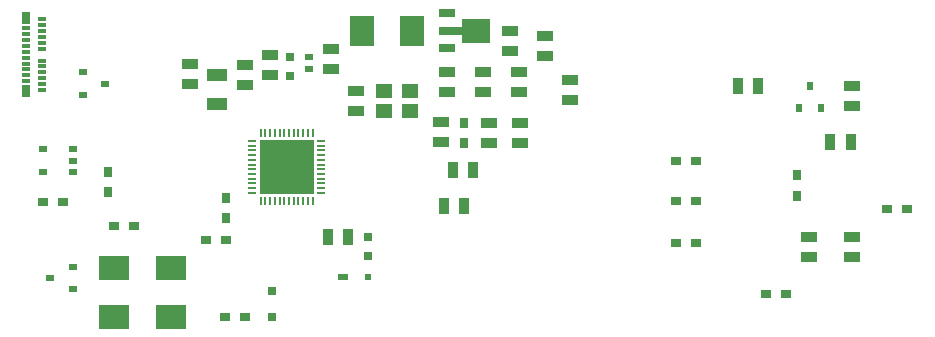
<source format=gtp>
G04*
G04 #@! TF.GenerationSoftware,Altium Limited,Altium Designer,23.8.1 (32)*
G04*
G04 Layer_Color=8421504*
%FSLAX44Y44*%
%MOMM*%
G71*
G04*
G04 #@! TF.SameCoordinates,7BD4B443-AC8F-467E-A65E-793A9AF9F4B1*
G04*
G04*
G04 #@! TF.FilePolarity,Positive*
G04*
G01*
G75*
%ADD10R,0.8000X0.9000*%
%ADD11R,1.4000X0.9500*%
%ADD12R,0.9500X1.4000*%
%ADD13R,0.9000X0.8000*%
%ADD14R,0.6000X0.8000*%
%ADD18R,0.8000X0.6000*%
%ADD19R,0.9000X0.5000*%
%ADD20R,0.5000X0.5000*%
%ADD21R,0.8000X0.8000*%
%ADD22R,0.8000X0.2000*%
%ADD23R,0.2000X0.8000*%
%ADD24R,4.6000X4.6000*%
%ADD25R,2.5000X2.0000*%
%ADD26R,0.7000X0.6000*%
%ADD27R,1.4000X0.8000*%
%ADD28R,2.0000X0.8000*%
%ADD29R,2.4000X2.0000*%
%ADD30R,2.0000X2.5000*%
%ADD31R,1.8000X1.0000*%
%ADD32R,1.4000X1.2000*%
%ADD33R,0.7000X1.0000*%
%ADD34R,0.7000X0.3000*%
D10*
X662000Y762750D02*
D03*
Y745750D02*
D03*
X380250Y807000D02*
D03*
Y790000D02*
D03*
X178750Y726750D02*
D03*
Y743750D02*
D03*
X78750Y765750D02*
D03*
Y748750D02*
D03*
D11*
X709000Y710750D02*
D03*
Y693750D02*
D03*
X672000Y710750D02*
D03*
Y693750D02*
D03*
X709000Y838750D02*
D03*
Y821750D02*
D03*
X267250Y869500D02*
D03*
Y852500D02*
D03*
X470000Y826500D02*
D03*
Y843500D02*
D03*
X361000Y790750D02*
D03*
Y807750D02*
D03*
X289000Y834250D02*
D03*
Y817250D02*
D03*
X448750Y880500D02*
D03*
Y863500D02*
D03*
X401000Y807000D02*
D03*
Y790000D02*
D03*
X427250Y807000D02*
D03*
Y790000D02*
D03*
X148000Y840250D02*
D03*
Y857250D02*
D03*
X427000Y833500D02*
D03*
Y850500D02*
D03*
X419000Y868250D02*
D03*
Y885250D02*
D03*
X194750Y839500D02*
D03*
Y856500D02*
D03*
X215750Y848000D02*
D03*
Y865000D02*
D03*
X396250Y833500D02*
D03*
Y850500D02*
D03*
X366000Y833500D02*
D03*
Y850500D02*
D03*
D12*
X707500Y791250D02*
D03*
X690500D02*
D03*
X612500Y838250D02*
D03*
X629500D02*
D03*
X265000Y710500D02*
D03*
X282000D02*
D03*
X380000Y736500D02*
D03*
X363000D02*
D03*
X388000Y767500D02*
D03*
X371000D02*
D03*
D13*
X652500Y662250D02*
D03*
X635500D02*
D03*
X559500Y741250D02*
D03*
X576500D02*
D03*
X559500Y705250D02*
D03*
X576500D02*
D03*
X559500Y775250D02*
D03*
X576500D02*
D03*
X755500Y734250D02*
D03*
X738500D02*
D03*
X194750Y642750D02*
D03*
X177750D02*
D03*
X84000Y720000D02*
D03*
X101000D02*
D03*
X41000Y740500D02*
D03*
X24000D02*
D03*
X161750Y708250D02*
D03*
X178750D02*
D03*
D14*
X663500Y819750D02*
D03*
X682500D02*
D03*
X673000Y838750D02*
D03*
D18*
X24000Y765750D02*
D03*
X49000Y784750D02*
D03*
Y775250D02*
D03*
X24000Y784750D02*
D03*
X49000Y765750D02*
D03*
X49000Y666250D02*
D03*
Y685250D02*
D03*
X30000Y675750D02*
D03*
X57500Y850000D02*
D03*
Y831000D02*
D03*
X76500Y840500D02*
D03*
D19*
X277530Y676955D02*
D03*
D20*
X298529Y676935D02*
D03*
D21*
X217750Y642750D02*
D03*
Y665250D02*
D03*
X298500Y710500D02*
D03*
Y694500D02*
D03*
X233250Y846750D02*
D03*
Y862750D02*
D03*
D22*
X201000Y792000D02*
D03*
X259000D02*
D03*
Y788000D02*
D03*
Y784000D02*
D03*
Y780000D02*
D03*
Y776000D02*
D03*
Y772000D02*
D03*
Y768000D02*
D03*
Y764000D02*
D03*
Y760000D02*
D03*
Y756000D02*
D03*
Y752000D02*
D03*
Y748000D02*
D03*
X201000D02*
D03*
Y752000D02*
D03*
Y756000D02*
D03*
Y760000D02*
D03*
Y764000D02*
D03*
Y768000D02*
D03*
Y772000D02*
D03*
Y776000D02*
D03*
Y780000D02*
D03*
Y784000D02*
D03*
Y788000D02*
D03*
D23*
X208000Y799000D02*
D03*
X212000D02*
D03*
X216000D02*
D03*
X220000D02*
D03*
X224000D02*
D03*
X228000D02*
D03*
X232000D02*
D03*
X236000D02*
D03*
X240000D02*
D03*
X244000D02*
D03*
X248000D02*
D03*
X252000D02*
D03*
Y741000D02*
D03*
X248000D02*
D03*
X244000D02*
D03*
X240000D02*
D03*
X236000D02*
D03*
X232000D02*
D03*
X228000D02*
D03*
X224000D02*
D03*
X220000D02*
D03*
X216000D02*
D03*
X212000D02*
D03*
X208000D02*
D03*
D24*
X230000Y770000D02*
D03*
D25*
X132500Y684750D02*
D03*
Y642750D02*
D03*
X84000Y684750D02*
D03*
Y642750D02*
D03*
D26*
X248750Y862750D02*
D03*
Y852750D02*
D03*
D27*
X366000Y900250D02*
D03*
Y870250D02*
D03*
D28*
X369000Y885000D02*
D03*
D29*
X390000Y885250D02*
D03*
D30*
X336000Y885000D02*
D03*
X294000D02*
D03*
D31*
X171000Y823000D02*
D03*
Y848000D02*
D03*
D32*
X312750Y834250D02*
D03*
X334750D02*
D03*
Y817250D02*
D03*
X312750D02*
D03*
D33*
X9700Y896000D02*
D03*
Y834000D02*
D03*
D34*
Y887500D02*
D03*
Y882500D02*
D03*
Y877500D02*
D03*
Y872500D02*
D03*
Y867500D02*
D03*
Y862500D02*
D03*
Y857500D02*
D03*
Y852500D02*
D03*
Y847500D02*
D03*
Y842500D02*
D03*
X22700Y835000D02*
D03*
Y840000D02*
D03*
Y845000D02*
D03*
Y850000D02*
D03*
Y855000D02*
D03*
Y860000D02*
D03*
Y870000D02*
D03*
Y875000D02*
D03*
Y880000D02*
D03*
Y885000D02*
D03*
Y890000D02*
D03*
Y895000D02*
D03*
M02*

</source>
